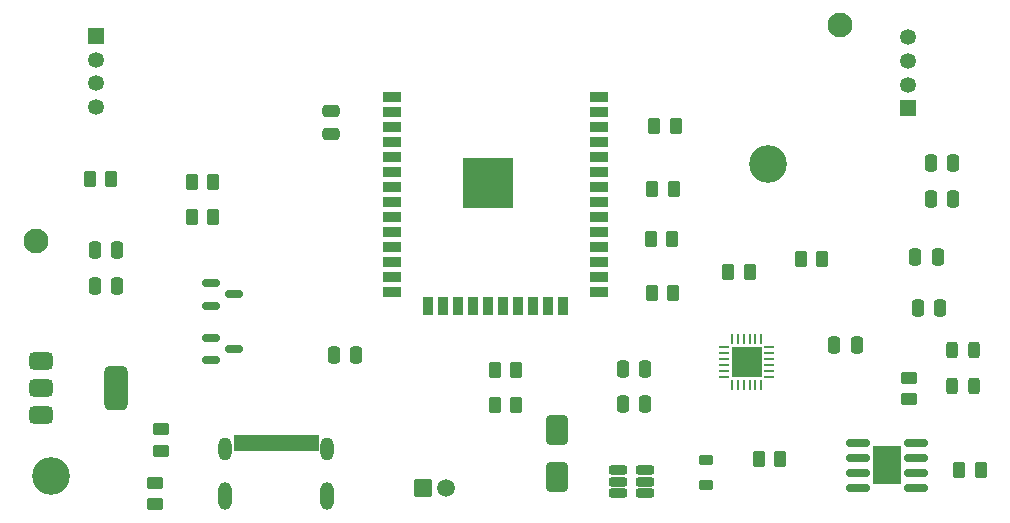
<source format=gts>
%TF.GenerationSoftware,KiCad,Pcbnew,9.0.4*%
%TF.CreationDate,2025-10-24T17:48:01+05:30*%
%TF.ProjectId,sub_unit,7375625f-756e-4697-942e-6b696361645f,rev?*%
%TF.SameCoordinates,Original*%
%TF.FileFunction,Soldermask,Top*%
%TF.FilePolarity,Negative*%
%FSLAX46Y46*%
G04 Gerber Fmt 4.6, Leading zero omitted, Abs format (unit mm)*
G04 Created by KiCad (PCBNEW 9.0.4) date 2025-10-24 17:48:01*
%MOMM*%
%LPD*%
G01*
G04 APERTURE LIST*
G04 Aperture macros list*
%AMRoundRect*
0 Rectangle with rounded corners*
0 $1 Rounding radius*
0 $2 $3 $4 $5 $6 $7 $8 $9 X,Y pos of 4 corners*
0 Add a 4 corners polygon primitive as box body*
4,1,4,$2,$3,$4,$5,$6,$7,$8,$9,$2,$3,0*
0 Add four circle primitives for the rounded corners*
1,1,$1+$1,$2,$3*
1,1,$1+$1,$4,$5*
1,1,$1+$1,$6,$7*
1,1,$1+$1,$8,$9*
0 Add four rect primitives between the rounded corners*
20,1,$1+$1,$2,$3,$4,$5,0*
20,1,$1+$1,$4,$5,$6,$7,0*
20,1,$1+$1,$6,$7,$8,$9,0*
20,1,$1+$1,$8,$9,$2,$3,0*%
G04 Aperture macros list end*
%ADD10C,0.010000*%
%ADD11C,3.200000*%
%ADD12RoundRect,0.102000X0.654000X0.654000X-0.654000X0.654000X-0.654000X-0.654000X0.654000X-0.654000X0*%
%ADD13C,1.512000*%
%ADD14RoundRect,0.250000X-0.262500X-0.450000X0.262500X-0.450000X0.262500X0.450000X-0.262500X0.450000X0*%
%ADD15RoundRect,0.198500X-0.588500X-0.198500X0.588500X-0.198500X0.588500X0.198500X-0.588500X0.198500X0*%
%ADD16RoundRect,0.150000X-0.825000X-0.150000X0.825000X-0.150000X0.825000X0.150000X-0.825000X0.150000X0*%
%ADD17R,2.410000X3.300000*%
%ADD18R,1.500000X0.900000*%
%ADD19R,0.900000X1.500000*%
%ADD20C,0.600000*%
%ADD21R,4.200000X4.200000*%
%ADD22RoundRect,0.250000X0.650000X-1.000000X0.650000X1.000000X-0.650000X1.000000X-0.650000X-1.000000X0*%
%ADD23R,1.350000X1.350000*%
%ADD24C,1.350000*%
%ADD25RoundRect,0.250000X-0.250000X-0.475000X0.250000X-0.475000X0.250000X0.475000X-0.250000X0.475000X0*%
%ADD26RoundRect,0.150000X-0.587500X-0.150000X0.587500X-0.150000X0.587500X0.150000X-0.587500X0.150000X0*%
%ADD27C,2.100000*%
%ADD28O,1.152400X2.352400*%
%ADD29O,1.152400X1.952400*%
%ADD30RoundRect,0.250000X0.262500X0.450000X-0.262500X0.450000X-0.262500X-0.450000X0.262500X-0.450000X0*%
%ADD31RoundRect,0.250000X0.450000X-0.262500X0.450000X0.262500X-0.450000X0.262500X-0.450000X-0.262500X0*%
%ADD32RoundRect,0.218750X0.381250X-0.218750X0.381250X0.218750X-0.381250X0.218750X-0.381250X-0.218750X0*%
%ADD33RoundRect,0.243750X-0.243750X-0.456250X0.243750X-0.456250X0.243750X0.456250X-0.243750X0.456250X0*%
%ADD34RoundRect,0.250000X-0.450000X0.262500X-0.450000X-0.262500X0.450000X-0.262500X0.450000X0.262500X0*%
%ADD35RoundRect,0.250000X0.475000X-0.250000X0.475000X0.250000X-0.475000X0.250000X-0.475000X-0.250000X0*%
%ADD36RoundRect,0.250000X0.250000X0.475000X-0.250000X0.475000X-0.250000X-0.475000X0.250000X-0.475000X0*%
%ADD37RoundRect,0.375000X-0.625000X-0.375000X0.625000X-0.375000X0.625000X0.375000X-0.625000X0.375000X0*%
%ADD38RoundRect,0.500000X-0.500000X-1.400000X0.500000X-1.400000X0.500000X1.400000X-0.500000X1.400000X0*%
%ADD39RoundRect,0.062500X-0.350000X-0.062500X0.350000X-0.062500X0.350000X0.062500X-0.350000X0.062500X0*%
%ADD40RoundRect,0.062500X-0.062500X-0.350000X0.062500X-0.350000X0.062500X0.350000X-0.062500X0.350000X0*%
%ADD41R,2.600000X2.600000*%
G04 APERTURE END LIST*
D10*
%TO.C,J4*%
X104064500Y-117453100D02*
X103347500Y-117453100D01*
X103347500Y-116176100D01*
X104064500Y-116176100D01*
X104064500Y-117453100D01*
G36*
X104064500Y-117453100D02*
G01*
X103347500Y-117453100D01*
X103347500Y-116176100D01*
X104064500Y-116176100D01*
X104064500Y-117453100D01*
G37*
X104864500Y-117453100D02*
X104147500Y-117453100D01*
X104147500Y-116176100D01*
X104864500Y-116176100D01*
X104864500Y-117453100D01*
G36*
X104864500Y-117453100D02*
G01*
X104147500Y-117453100D01*
X104147500Y-116176100D01*
X104864500Y-116176100D01*
X104864500Y-117453100D01*
G37*
X105368500Y-117453100D02*
X104943500Y-117453100D01*
X104943500Y-116176100D01*
X105368500Y-116176100D01*
X105368500Y-117453100D01*
G36*
X105368500Y-117453100D02*
G01*
X104943500Y-117453100D01*
X104943500Y-116176100D01*
X105368500Y-116176100D01*
X105368500Y-117453100D01*
G37*
X105868500Y-117453100D02*
X105443500Y-117453100D01*
X105443500Y-116176100D01*
X105868500Y-116176100D01*
X105868500Y-117453100D01*
G36*
X105868500Y-117453100D02*
G01*
X105443500Y-117453100D01*
X105443500Y-116176100D01*
X105868500Y-116176100D01*
X105868500Y-117453100D01*
G37*
X106368500Y-117453100D02*
X105943500Y-117453100D01*
X105943500Y-116176100D01*
X106368500Y-116176100D01*
X106368500Y-117453100D01*
G36*
X106368500Y-117453100D02*
G01*
X105943500Y-117453100D01*
X105943500Y-116176100D01*
X106368500Y-116176100D01*
X106368500Y-117453100D01*
G37*
X106868500Y-117453100D02*
X106443500Y-117453100D01*
X106443500Y-116176100D01*
X106868500Y-116176100D01*
X106868500Y-117453100D01*
G36*
X106868500Y-117453100D02*
G01*
X106443500Y-117453100D01*
X106443500Y-116176100D01*
X106868500Y-116176100D01*
X106868500Y-117453100D01*
G37*
X107368500Y-117453100D02*
X106943500Y-117453100D01*
X106943500Y-116176100D01*
X107368500Y-116176100D01*
X107368500Y-117453100D01*
G36*
X107368500Y-117453100D02*
G01*
X106943500Y-117453100D01*
X106943500Y-116176100D01*
X107368500Y-116176100D01*
X107368500Y-117453100D01*
G37*
X107868500Y-117453100D02*
X107443500Y-117453100D01*
X107443500Y-116176100D01*
X107868500Y-116176100D01*
X107868500Y-117453100D01*
G36*
X107868500Y-117453100D02*
G01*
X107443500Y-117453100D01*
X107443500Y-116176100D01*
X107868500Y-116176100D01*
X107868500Y-117453100D01*
G37*
X108368500Y-117453100D02*
X107943500Y-117453100D01*
X107943500Y-116176100D01*
X108368500Y-116176100D01*
X108368500Y-117453100D01*
G36*
X108368500Y-117453100D02*
G01*
X107943500Y-117453100D01*
X107943500Y-116176100D01*
X108368500Y-116176100D01*
X108368500Y-117453100D01*
G37*
X108868500Y-117453100D02*
X108443500Y-117453100D01*
X108443500Y-116176100D01*
X108868500Y-116176100D01*
X108868500Y-117453100D01*
G36*
X108868500Y-117453100D02*
G01*
X108443500Y-117453100D01*
X108443500Y-116176100D01*
X108868500Y-116176100D01*
X108868500Y-117453100D01*
G37*
X109664500Y-117453100D02*
X108947500Y-117453100D01*
X108947500Y-116176100D01*
X109664500Y-116176100D01*
X109664500Y-117453100D01*
G36*
X109664500Y-117453100D02*
G01*
X108947500Y-117453100D01*
X108947500Y-116176100D01*
X109664500Y-116176100D01*
X109664500Y-117453100D01*
G37*
X110464500Y-117453100D02*
X109747500Y-117453100D01*
X109747500Y-116176100D01*
X110464500Y-116176100D01*
X110464500Y-117453100D01*
G36*
X110464500Y-117453100D02*
G01*
X109747500Y-117453100D01*
X109747500Y-116176100D01*
X110464500Y-116176100D01*
X110464500Y-117453100D01*
G37*
%TD*%
D11*
%TO.C,REF\u002A\u002A*%
X148590000Y-93243400D03*
%TD*%
%TO.C,REF\u002A\u002A*%
X87884000Y-119710200D03*
%TD*%
D12*
%TO.C,J5*%
X119329200Y-120700800D03*
D13*
X121329200Y-120700800D03*
%TD*%
D14*
%TO.C,R11*%
X91162500Y-94564200D03*
X92987500Y-94564200D03*
%TD*%
%TO.C,R6*%
X99798500Y-97713800D03*
X101623500Y-97713800D03*
%TD*%
D15*
%TO.C,U3*%
X135836000Y-119202200D03*
X135836000Y-120152200D03*
X135836000Y-121102200D03*
X138176000Y-121102200D03*
X138176000Y-120152200D03*
X138176000Y-119202200D03*
%TD*%
D16*
%TO.C,U2*%
X156163800Y-116877600D03*
X156163800Y-118147600D03*
X156163800Y-119417600D03*
X156163800Y-120687600D03*
X161113800Y-120687600D03*
X161113800Y-119417600D03*
X161113800Y-118147600D03*
X161113800Y-116877600D03*
D17*
X158638800Y-118782600D03*
%TD*%
D18*
%TO.C,U4*%
X116781600Y-87550700D03*
X116781600Y-88820700D03*
X116781600Y-90090700D03*
X116781600Y-91360700D03*
X116781600Y-92630700D03*
X116781600Y-93900700D03*
X116781600Y-95170700D03*
X116781600Y-96440700D03*
X116781600Y-97710700D03*
X116781600Y-98980700D03*
X116781600Y-100250700D03*
X116781600Y-101520700D03*
X116781600Y-102790700D03*
X116781600Y-104060700D03*
D19*
X119821600Y-105310700D03*
X121091600Y-105310700D03*
X122361600Y-105310700D03*
X123631600Y-105310700D03*
X124901600Y-105310700D03*
X126171600Y-105310700D03*
X127441600Y-105310700D03*
X128711600Y-105310700D03*
X129981600Y-105310700D03*
X131251600Y-105310700D03*
D18*
X134281600Y-104060700D03*
X134281600Y-102790700D03*
X134281600Y-101520700D03*
X134281600Y-100250700D03*
X134281600Y-98980700D03*
X134281600Y-97710700D03*
X134281600Y-96440700D03*
X134281600Y-95170700D03*
X134281600Y-93900700D03*
X134281600Y-92630700D03*
X134281600Y-91360700D03*
X134281600Y-90090700D03*
X134281600Y-88820700D03*
X134281600Y-87550700D03*
D20*
X123326600Y-94128200D03*
X123326600Y-95653200D03*
X124089100Y-93365700D03*
X124089100Y-94890700D03*
X124089100Y-96415700D03*
X124851600Y-94128200D03*
D21*
X124851600Y-94890700D03*
D20*
X124851600Y-95653200D03*
X125614100Y-93365700D03*
X125614100Y-94890700D03*
X125614100Y-96415700D03*
X126376600Y-94128200D03*
X126376600Y-95653200D03*
%TD*%
D22*
%TO.C,D4*%
X130708400Y-119773200D03*
X130708400Y-115773200D03*
%TD*%
D23*
%TO.C,J1*%
X91666200Y-82420200D03*
D24*
X91666200Y-84420200D03*
X91666200Y-86420200D03*
X91666200Y-88420200D03*
%TD*%
D25*
%TO.C,C3*%
X91582200Y-100558600D03*
X93482200Y-100558600D03*
%TD*%
D14*
%TO.C,R7*%
X125429000Y-110744000D03*
X127254000Y-110744000D03*
%TD*%
D26*
%TO.C,Q1*%
X101447600Y-103357600D03*
X101447600Y-105257600D03*
X103322600Y-104307600D03*
%TD*%
D27*
%TO.C,REF\u002A\u002A*%
X154635200Y-81508600D03*
%TD*%
D25*
%TO.C,C5*%
X136286200Y-110617000D03*
X138186200Y-110617000D03*
%TD*%
%TO.C,C7*%
X111810800Y-109397800D03*
X113710800Y-109397800D03*
%TD*%
D28*
%TO.C,J4*%
X102586000Y-121389600D03*
X111226000Y-121389600D03*
D29*
X102586000Y-117389600D03*
X111226000Y-117389600D03*
%TD*%
D14*
%TO.C,R14*%
X138787500Y-95402400D03*
X140612500Y-95402400D03*
%TD*%
D25*
%TO.C,C2*%
X154193200Y-108559600D03*
X156093200Y-108559600D03*
%TD*%
%TO.C,C1*%
X161261600Y-105425000D03*
X163161600Y-105425000D03*
%TD*%
D30*
%TO.C,R1*%
X166571300Y-119151400D03*
X164746300Y-119151400D03*
%TD*%
D31*
%TO.C,R9*%
X97180400Y-117523900D03*
X97180400Y-115698900D03*
%TD*%
D23*
%TO.C,J3*%
X160401000Y-88550000D03*
D24*
X160401000Y-86550000D03*
X160401000Y-84550000D03*
X160401000Y-82550000D03*
%TD*%
D30*
%TO.C,R4*%
X149627600Y-118211600D03*
X147802600Y-118211600D03*
%TD*%
D25*
%TO.C,C9*%
X162346600Y-93218000D03*
X164246600Y-93218000D03*
%TD*%
D14*
%TO.C,R15*%
X138658600Y-99593400D03*
X140483600Y-99593400D03*
%TD*%
%TO.C,R3*%
X145213700Y-102438200D03*
X147038700Y-102438200D03*
%TD*%
D25*
%TO.C,C6*%
X136286200Y-113627000D03*
X138186200Y-113627000D03*
%TD*%
D32*
%TO.C,L1*%
X143357600Y-120467900D03*
X143357600Y-118342900D03*
%TD*%
D25*
%TO.C,C10*%
X162346600Y-96228000D03*
X164246600Y-96228000D03*
%TD*%
D33*
%TO.C,D2*%
X164134800Y-112031400D03*
X166009800Y-112031400D03*
%TD*%
D14*
%TO.C,R13*%
X138963400Y-90068400D03*
X140788400Y-90068400D03*
%TD*%
%TO.C,R5*%
X99798500Y-94763800D03*
X101623500Y-94763800D03*
%TD*%
D33*
%TO.C,D1*%
X164134800Y-108991400D03*
X166009800Y-108991400D03*
%TD*%
D31*
%TO.C,R22*%
X96697800Y-122094000D03*
X96697800Y-120269000D03*
%TD*%
D14*
%TO.C,R10*%
X138736700Y-104165400D03*
X140561700Y-104165400D03*
%TD*%
D34*
%TO.C,R2*%
X160502600Y-111355500D03*
X160502600Y-113180500D03*
%TD*%
D14*
%TO.C,R8*%
X125429000Y-113694000D03*
X127254000Y-113694000D03*
%TD*%
D35*
%TO.C,C12_BYP1*%
X111607600Y-90703400D03*
X111607600Y-88803400D03*
%TD*%
D25*
%TO.C,C8_BYP1*%
X161029100Y-101100000D03*
X162929100Y-101100000D03*
%TD*%
D14*
%TO.C,R12*%
X151333200Y-101346000D03*
X153158200Y-101346000D03*
%TD*%
D36*
%TO.C,C4*%
X93482200Y-103568600D03*
X91582200Y-103568600D03*
%TD*%
D27*
%TO.C,REF\u002A\u002A*%
X86639400Y-99796600D03*
%TD*%
D37*
%TO.C,U1*%
X87045400Y-109954700D03*
X87045400Y-112254700D03*
D38*
X93345400Y-112254700D03*
D37*
X87045400Y-114554700D03*
%TD*%
D26*
%TO.C,Q2*%
X101447600Y-107982600D03*
X101447600Y-109882600D03*
X103322600Y-108932600D03*
%TD*%
D39*
%TO.C,U6*%
X144823700Y-108757400D03*
X144823700Y-109257400D03*
X144823700Y-109757400D03*
X144823700Y-110257400D03*
X144823700Y-110757400D03*
X144823700Y-111257400D03*
D40*
X145511200Y-111944900D03*
X146011200Y-111944900D03*
X146511200Y-111944900D03*
X147011200Y-111944900D03*
X147511200Y-111944900D03*
X148011200Y-111944900D03*
D39*
X148698700Y-111257400D03*
X148698700Y-110757400D03*
X148698700Y-110257400D03*
X148698700Y-109757400D03*
X148698700Y-109257400D03*
X148698700Y-108757400D03*
D40*
X148011200Y-108069900D03*
X147511200Y-108069900D03*
X147011200Y-108069900D03*
X146511200Y-108069900D03*
X146011200Y-108069900D03*
X145511200Y-108069900D03*
D41*
X146761200Y-110007400D03*
%TD*%
M02*

</source>
